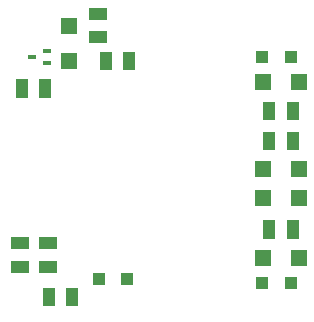
<source format=gtp>
G04 Layer: TopPasteMaskLayer*
G04 EasyEDA v6.4.20.6, 2021-07-31T12:59:30+08:00*
G04 153d8ea1f4684e84bb4c1cd47195d1c2,dc0dc03e7b3a4ea6afb4baf6e71cf47e,10*
G04 Gerber Generator version 0.2*
G04 Scale: 100 percent, Rotated: No, Reflected: No *
G04 Dimensions in inches *
G04 leading zeros omitted , absolute positions ,3 integer and 6 decimal *
%FSLAX36Y36*%
%MOIN*%

%ADD12R,0.0394X0.0394*%
%ADD13R,0.0610X0.0394*%
%ADD14R,0.0394X0.0610*%
%ADD15R,0.0551X0.0551*%
%ADD16R,0.0276X0.0157*%

%LPD*%
D12*
G01*
X1182240Y1090000D03*
G01*
X1087759Y1090000D03*
G01*
X1182240Y335000D03*
G01*
X1087759Y335000D03*
G01*
X637240Y350000D03*
G01*
X542759Y350000D03*
D13*
G01*
X375000Y390630D03*
G01*
X375000Y469369D03*
G01*
X280000Y390630D03*
G01*
X280000Y469369D03*
D14*
G01*
X565630Y1075000D03*
G01*
X644369Y1075000D03*
D13*
G01*
X540000Y1234369D03*
G01*
X540000Y1155630D03*
D15*
G01*
X1209059Y620000D03*
G01*
X1090950Y620000D03*
G01*
X1209059Y715000D03*
G01*
X1090950Y715000D03*
G36*
X265945Y1015511D02*
G01*
X305315Y1015511D01*
X305315Y954488D01*
X265945Y954488D01*
G37*
G36*
X344684Y1015511D02*
G01*
X384054Y1015511D01*
X384054Y954488D01*
X344684Y954488D01*
G37*
D16*
G01*
X368620Y1070000D03*
G01*
X368620Y1110000D03*
G01*
X321379Y1090000D03*
D15*
G01*
X445000Y1194059D03*
G01*
X445000Y1075949D03*
G36*
X1090945Y545511D02*
G01*
X1130315Y545511D01*
X1130315Y484488D01*
X1090945Y484488D01*
G37*
G36*
X1169684Y545511D02*
G01*
X1209054Y545511D01*
X1209054Y484488D01*
X1169684Y484488D01*
G37*
G36*
X1090945Y840511D02*
G01*
X1130315Y840511D01*
X1130315Y779488D01*
X1090945Y779488D01*
G37*
G36*
X1169684Y840511D02*
G01*
X1209054Y840511D01*
X1209054Y779488D01*
X1169684Y779488D01*
G37*
G36*
X355945Y320511D02*
G01*
X395315Y320511D01*
X395315Y259488D01*
X355945Y259488D01*
G37*
G36*
X434684Y320511D02*
G01*
X474054Y320511D01*
X474054Y259488D01*
X434684Y259488D01*
G37*
G36*
X1090945Y940511D02*
G01*
X1130315Y940511D01*
X1130315Y879488D01*
X1090945Y879488D01*
G37*
G36*
X1169684Y940511D02*
G01*
X1209054Y940511D01*
X1209054Y879488D01*
X1169684Y879488D01*
G37*
G01*
X1209059Y420000D03*
G01*
X1090950Y420000D03*
G01*
X1209059Y1005000D03*
G01*
X1090950Y1005000D03*
M02*

</source>
